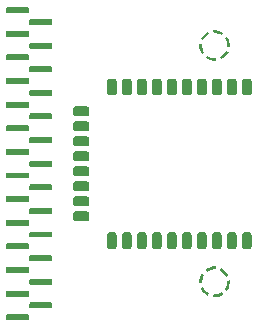
<source format=gtp>
G75*
%FSLAX44Y44*%
%MOMM*%

G36*
X100300Y72000D2*
X99522Y71843D1*
X98886Y71414D1*
X98457Y70778D1*
X98300Y70000D1*
X98300Y60000D1*
X98457Y59222D1*
X98886Y58586D1*
X99522Y58157D1*
X100300Y58000D1*
X104300Y58000D1*
X105078Y58157D1*
X105714Y58586D1*
X106143Y59222D1*
X106300Y60000D1*
X106300Y70000D1*
X106143Y70778D1*
X105714Y71414D1*
X105078Y71843D1*
X104300Y72000D1*
X100300Y72000D1*
G37*

G36*
X87600Y72000D2*
X86822Y71843D1*
X86186Y71414D1*
X85757Y70778D1*
X85600Y70000D1*
X85600Y60000D1*
X85757Y59222D1*
X86186Y58586D1*
X86822Y58157D1*
X87600Y58000D1*
X91600Y58000D1*
X92378Y58157D1*
X93014Y58586D1*
X93443Y59222D1*
X93600Y60000D1*
X93600Y70000D1*
X93443Y70778D1*
X93014Y71414D1*
X92378Y71843D1*
X91600Y72000D1*
X87600Y72000D1*
G37*

G36*
X74900Y72000D2*
X74122Y71843D1*
X73486Y71414D1*
X73057Y70778D1*
X72900Y70000D1*
X72900Y60000D1*
X73057Y59222D1*
X73486Y58586D1*
X74122Y58157D1*
X74900Y58000D1*
X78900Y58000D1*
X79678Y58157D1*
X80314Y58586D1*
X80743Y59222D1*
X80900Y60000D1*
X80900Y70000D1*
X80743Y70778D1*
X80314Y71414D1*
X79678Y71843D1*
X78900Y72000D1*
X74900Y72000D1*
G37*

G36*
X62200Y72000D2*
X61422Y71843D1*
X60786Y71414D1*
X60357Y70778D1*
X60200Y70000D1*
X60200Y60000D1*
X60357Y59222D1*
X60786Y58586D1*
X61422Y58157D1*
X62200Y58000D1*
X66200Y58000D1*
X66978Y58157D1*
X67614Y58586D1*
X68043Y59222D1*
X68200Y60000D1*
X68200Y70000D1*
X68043Y70778D1*
X67614Y71414D1*
X66978Y71843D1*
X66200Y72000D1*
X62200Y72000D1*
G37*

G36*
X49500Y72000D2*
X48722Y71843D1*
X48086Y71414D1*
X47657Y70778D1*
X47500Y70000D1*
X47500Y60000D1*
X47657Y59222D1*
X48086Y58586D1*
X48722Y58157D1*
X49500Y58000D1*
X53500Y58000D1*
X54278Y58157D1*
X54914Y58586D1*
X55343Y59222D1*
X55500Y60000D1*
X55500Y70000D1*
X55343Y70778D1*
X54914Y71414D1*
X54278Y71843D1*
X53500Y72000D1*
X49500Y72000D1*
G37*

G36*
X36800Y72000D2*
X36022Y71843D1*
X35386Y71414D1*
X34957Y70778D1*
X34800Y70000D1*
X34800Y60000D1*
X34957Y59222D1*
X35386Y58586D1*
X36022Y58157D1*
X36800Y58000D1*
X40800Y58000D1*
X41578Y58157D1*
X42214Y58586D1*
X42643Y59222D1*
X42800Y60000D1*
X42800Y70000D1*
X42643Y70778D1*
X42214Y71414D1*
X41578Y71843D1*
X40800Y72000D1*
X36800Y72000D1*
G37*

G36*
X24100Y72000D2*
X23322Y71843D1*
X22686Y71414D1*
X22257Y70778D1*
X22100Y70000D1*
X22100Y60000D1*
X22257Y59222D1*
X22686Y58586D1*
X23322Y58157D1*
X24100Y58000D1*
X28100Y58000D1*
X28878Y58157D1*
X29514Y58586D1*
X29943Y59222D1*
X30100Y60000D1*
X30100Y70000D1*
X29943Y70778D1*
X29514Y71414D1*
X28878Y71843D1*
X28100Y72000D1*
X24100Y72000D1*
G37*

G36*
X11400Y72000D2*
X10622Y71843D1*
X9986Y71414D1*
X9557Y70778D1*
X9400Y70000D1*
X9400Y60000D1*
X9557Y59222D1*
X9986Y58586D1*
X10622Y58157D1*
X11400Y58000D1*
X15400Y58000D1*
X16178Y58157D1*
X16814Y58586D1*
X17243Y59222D1*
X17400Y60000D1*
X17400Y70000D1*
X17243Y70778D1*
X16814Y71414D1*
X16178Y71843D1*
X15400Y72000D1*
X11400Y72000D1*
G37*

G36*
X-1300Y72000D2*
X-2078Y71843D1*
X-2714Y71414D1*
X-3143Y70778D1*
X-3300Y70000D1*
X-3300Y60000D1*
X-3143Y59222D1*
X-2714Y58586D1*
X-2078Y58157D1*
X-1300Y58000D1*
X2700Y58000D1*
X3478Y58157D1*
X4114Y58586D1*
X4543Y59222D1*
X4700Y60000D1*
X4700Y70000D1*
X4543Y70778D1*
X4114Y71414D1*
X3478Y71843D1*
X2700Y72000D1*
X-1300Y72000D1*
G37*

G36*
X-14000Y72000D2*
X-14778Y71843D1*
X-15414Y71414D1*
X-15843Y70778D1*
X-16000Y70000D1*
X-16000Y60000D1*
X-15843Y59222D1*
X-15414Y58586D1*
X-14778Y58157D1*
X-14000Y58000D1*
X-10000Y58000D1*
X-9222Y58157D1*
X-8586Y58586D1*
X-8157Y59222D1*
X-8000Y60000D1*
X-8000Y70000D1*
X-8157Y70778D1*
X-8586Y71414D1*
X-9222Y71843D1*
X-10000Y72000D1*
X-14000Y72000D1*
G37*

G36*
X-45000Y42450D2*
X-44843Y41672D1*
X-44414Y41036D1*
X-43778Y40607D1*
X-43000Y40450D1*
X-33000Y40450D1*
X-32222Y40607D1*
X-31586Y41036D1*
X-31157Y41672D1*
X-31000Y42450D1*
X-31000Y46450D1*
X-31157Y47228D1*
X-31586Y47864D1*
X-32222Y48293D1*
X-33000Y48450D1*
X-43000Y48450D1*
X-43778Y48293D1*
X-44414Y47864D1*
X-44843Y47228D1*
X-45000Y46450D1*
X-45000Y42450D1*
G37*

G36*
X-45000Y29750D2*
X-44843Y28972D1*
X-44414Y28336D1*
X-43778Y27907D1*
X-43000Y27750D1*
X-33000Y27750D1*
X-32222Y27907D1*
X-31586Y28336D1*
X-31157Y28972D1*
X-31000Y29750D1*
X-31000Y33750D1*
X-31157Y34528D1*
X-31586Y35164D1*
X-32222Y35593D1*
X-33000Y35750D1*
X-43000Y35750D1*
X-43778Y35593D1*
X-44414Y35164D1*
X-44843Y34528D1*
X-45000Y33750D1*
X-45000Y29750D1*
G37*

G36*
X-45000Y17050D2*
X-44843Y16272D1*
X-44414Y15636D1*
X-43778Y15207D1*
X-43000Y15050D1*
X-33000Y15050D1*
X-32222Y15207D1*
X-31586Y15636D1*
X-31157Y16272D1*
X-31000Y17050D1*
X-31000Y21050D1*
X-31157Y21828D1*
X-31586Y22464D1*
X-32222Y22893D1*
X-33000Y23050D1*
X-43000Y23050D1*
X-43778Y22893D1*
X-44414Y22464D1*
X-44843Y21828D1*
X-45000Y21050D1*
X-45000Y17050D1*
G37*

G36*
X-45000Y4350D2*
X-44843Y3572D1*
X-44414Y2936D1*
X-43778Y2507D1*
X-43000Y2350D1*
X-33000Y2350D1*
X-32222Y2507D1*
X-31586Y2936D1*
X-31157Y3572D1*
X-31000Y4350D1*
X-31000Y8350D1*
X-31157Y9128D1*
X-31586Y9764D1*
X-32222Y10193D1*
X-33000Y10350D1*
X-43000Y10350D1*
X-43778Y10193D1*
X-44414Y9764D1*
X-44843Y9128D1*
X-45000Y8350D1*
X-45000Y4350D1*
G37*

G36*
X-45000Y-8350D2*
X-44843Y-9128D1*
X-44414Y-9764D1*
X-43778Y-10193D1*
X-43000Y-10350D1*
X-33000Y-10350D1*
X-32222Y-10193D1*
X-31586Y-9764D1*
X-31157Y-9128D1*
X-31000Y-8350D1*
X-31000Y-4350D1*
X-31157Y-3572D1*
X-31586Y-2936D1*
X-32222Y-2507D1*
X-33000Y-2350D1*
X-43000Y-2350D1*
X-43778Y-2507D1*
X-44414Y-2936D1*
X-44843Y-3572D1*
X-45000Y-4350D1*
X-45000Y-8350D1*
G37*

G36*
X-45000Y-21050D2*
X-44843Y-21828D1*
X-44414Y-22464D1*
X-43778Y-22893D1*
X-43000Y-23050D1*
X-33000Y-23050D1*
X-32222Y-22893D1*
X-31586Y-22464D1*
X-31157Y-21828D1*
X-31000Y-21050D1*
X-31000Y-17050D1*
X-31157Y-16272D1*
X-31586Y-15636D1*
X-32222Y-15207D1*
X-33000Y-15050D1*
X-43000Y-15050D1*
X-43778Y-15207D1*
X-44414Y-15636D1*
X-44843Y-16272D1*
X-45000Y-17050D1*
X-45000Y-21050D1*
G37*

G36*
X-45000Y-33750D2*
X-44843Y-34528D1*
X-44414Y-35164D1*
X-43778Y-35593D1*
X-43000Y-35750D1*
X-33000Y-35750D1*
X-32222Y-35593D1*
X-31586Y-35164D1*
X-31157Y-34528D1*
X-31000Y-33750D1*
X-31000Y-29750D1*
X-31157Y-28972D1*
X-31586Y-28336D1*
X-32222Y-27907D1*
X-33000Y-27750D1*
X-43000Y-27750D1*
X-43778Y-27907D1*
X-44414Y-28336D1*
X-44843Y-28972D1*
X-45000Y-29750D1*
X-45000Y-33750D1*
G37*

G36*
X-45000Y-46450D2*
X-44843Y-47228D1*
X-44414Y-47864D1*
X-43778Y-48293D1*
X-43000Y-48450D1*
X-33000Y-48450D1*
X-32222Y-48293D1*
X-31586Y-47864D1*
X-31157Y-47228D1*
X-31000Y-46450D1*
X-31000Y-42450D1*
X-31157Y-41672D1*
X-31586Y-41036D1*
X-32222Y-40607D1*
X-33000Y-40450D1*
X-43000Y-40450D1*
X-43778Y-40607D1*
X-44414Y-41036D1*
X-44843Y-41672D1*
X-45000Y-42450D1*
X-45000Y-46450D1*
G37*

G36*
X-10000Y-72000D2*
X-9222Y-71843D1*
X-8586Y-71414D1*
X-8157Y-70778D1*
X-8000Y-70000D1*
X-8000Y-60000D1*
X-8157Y-59222D1*
X-8586Y-58586D1*
X-9222Y-58157D1*
X-10000Y-58000D1*
X-14000Y-58000D1*
X-14778Y-58157D1*
X-15414Y-58586D1*
X-15843Y-59222D1*
X-16000Y-60000D1*
X-16000Y-70000D1*
X-15843Y-70778D1*
X-15414Y-71414D1*
X-14778Y-71843D1*
X-14000Y-72000D1*
X-10000Y-72000D1*
G37*

G36*
X2700Y-72000D2*
X3478Y-71843D1*
X4114Y-71414D1*
X4543Y-70778D1*
X4700Y-70000D1*
X4700Y-60000D1*
X4543Y-59222D1*
X4114Y-58586D1*
X3478Y-58157D1*
X2700Y-58000D1*
X-1300Y-58000D1*
X-2078Y-58157D1*
X-2714Y-58586D1*
X-3143Y-59222D1*
X-3300Y-60000D1*
X-3300Y-70000D1*
X-3143Y-70778D1*
X-2714Y-71414D1*
X-2078Y-71843D1*
X-1300Y-72000D1*
X2700Y-72000D1*
G37*

G36*
X15400Y-72000D2*
X16178Y-71843D1*
X16814Y-71414D1*
X17243Y-70778D1*
X17400Y-70000D1*
X17400Y-60000D1*
X17243Y-59222D1*
X16814Y-58586D1*
X16178Y-58157D1*
X15400Y-58000D1*
X11400Y-58000D1*
X10622Y-58157D1*
X9986Y-58586D1*
X9557Y-59222D1*
X9400Y-60000D1*
X9400Y-70000D1*
X9557Y-70778D1*
X9986Y-71414D1*
X10622Y-71843D1*
X11400Y-72000D1*
X15400Y-72000D1*
G37*

G36*
X28100Y-72000D2*
X28878Y-71843D1*
X29514Y-71414D1*
X29943Y-70778D1*
X30100Y-70000D1*
X30100Y-60000D1*
X29943Y-59222D1*
X29514Y-58586D1*
X28878Y-58157D1*
X28100Y-58000D1*
X24100Y-58000D1*
X23322Y-58157D1*
X22686Y-58586D1*
X22257Y-59222D1*
X22100Y-60000D1*
X22100Y-70000D1*
X22257Y-70778D1*
X22686Y-71414D1*
X23322Y-71843D1*
X24100Y-72000D1*
X28100Y-72000D1*
G37*

G36*
X40800Y-72000D2*
X41578Y-71843D1*
X42214Y-71414D1*
X42643Y-70778D1*
X42800Y-70000D1*
X42800Y-60000D1*
X42643Y-59222D1*
X42214Y-58586D1*
X41578Y-58157D1*
X40800Y-58000D1*
X36800Y-58000D1*
X36022Y-58157D1*
X35386Y-58586D1*
X34957Y-59222D1*
X34800Y-60000D1*
X34800Y-70000D1*
X34957Y-70778D1*
X35386Y-71414D1*
X36022Y-71843D1*
X36800Y-72000D1*
X40800Y-72000D1*
G37*

G36*
X53500Y-72000D2*
X54278Y-71843D1*
X54914Y-71414D1*
X55343Y-70778D1*
X55500Y-70000D1*
X55500Y-60000D1*
X55343Y-59222D1*
X54914Y-58586D1*
X54278Y-58157D1*
X53500Y-58000D1*
X49500Y-58000D1*
X48722Y-58157D1*
X48086Y-58586D1*
X47657Y-59222D1*
X47500Y-60000D1*
X47500Y-70000D1*
X47657Y-70778D1*
X48086Y-71414D1*
X48722Y-71843D1*
X49500Y-72000D1*
X53500Y-72000D1*
G37*

G36*
X66200Y-72000D2*
X66978Y-71843D1*
X67614Y-71414D1*
X68043Y-70778D1*
X68200Y-70000D1*
X68200Y-60000D1*
X68043Y-59222D1*
X67614Y-58586D1*
X66978Y-58157D1*
X66200Y-58000D1*
X62200Y-58000D1*
X61422Y-58157D1*
X60786Y-58586D1*
X60357Y-59222D1*
X60200Y-60000D1*
X60200Y-70000D1*
X60357Y-70778D1*
X60786Y-71414D1*
X61422Y-71843D1*
X62200Y-72000D1*
X66200Y-72000D1*
G37*

G36*
X78900Y-72000D2*
X79678Y-71843D1*
X80314Y-71414D1*
X80743Y-70778D1*
X80900Y-70000D1*
X80900Y-60000D1*
X80743Y-59222D1*
X80314Y-58586D1*
X79678Y-58157D1*
X78900Y-58000D1*
X74900Y-58000D1*
X74122Y-58157D1*
X73486Y-58586D1*
X73057Y-59222D1*
X72900Y-60000D1*
X72900Y-70000D1*
X73057Y-70778D1*
X73486Y-71414D1*
X74122Y-71843D1*
X74900Y-72000D1*
X78900Y-72000D1*
G37*

G36*
X91600Y-72000D2*
X92378Y-71843D1*
X93014Y-71414D1*
X93443Y-70778D1*
X93600Y-70000D1*
X93600Y-60000D1*
X93443Y-59222D1*
X93014Y-58586D1*
X92378Y-58157D1*
X91600Y-58000D1*
X87600Y-58000D1*
X86822Y-58157D1*
X86186Y-58586D1*
X85757Y-59222D1*
X85600Y-60000D1*
X85600Y-70000D1*
X85757Y-70778D1*
X86186Y-71414D1*
X86822Y-71843D1*
X87600Y-72000D1*
X91600Y-72000D1*
G37*

G36*
X104300Y-72000D2*
X105078Y-71843D1*
X105714Y-71414D1*
X106143Y-70778D1*
X106300Y-70000D1*
X106300Y-60000D1*
X106143Y-59222D1*
X105714Y-58586D1*
X105078Y-58157D1*
X104300Y-58000D1*
X100300Y-58000D1*
X99522Y-58157D1*
X98886Y-58586D1*
X98457Y-59222D1*
X98300Y-60000D1*
X98300Y-70000D1*
X98457Y-70778D1*
X98886Y-71414D1*
X99522Y-71843D1*
X100300Y-72000D1*
X104300Y-72000D1*
G37*

G36*
X-82000Y131500D2*
X-82293Y132207D1*
X-83000Y132500D1*
X-100500Y132500D1*
X-101207Y132207D1*
X-101500Y131500D1*
X-101500Y128500D1*
X-101207Y127793D1*
X-100500Y127500D1*
X-83000Y127500D1*
X-82293Y127793D1*
X-82000Y128500D1*
X-82000Y131500D1*
G37*

G36*
X-62500Y121500D2*
X-62793Y122207D1*
X-63500Y122500D1*
X-81000Y122500D1*
X-81707Y122207D1*
X-82000Y121500D1*
X-82000Y118500D1*
X-81707Y117793D1*
X-81000Y117500D1*
X-63500Y117500D1*
X-62793Y117793D1*
X-62500Y118500D1*
X-62500Y121500D1*
G37*

G36*
X-82000Y111500D2*
X-82293Y112207D1*
X-83000Y112500D1*
X-100500Y112500D1*
X-101207Y112207D1*
X-101500Y111500D1*
X-101500Y108500D1*
X-101207Y107793D1*
X-100500Y107500D1*
X-83000Y107500D1*
X-82293Y107793D1*
X-82000Y108500D1*
X-82000Y111500D1*
G37*

G36*
X-62500Y101500D2*
X-62793Y102207D1*
X-63500Y102500D1*
X-81000Y102500D1*
X-81707Y102207D1*
X-82000Y101500D1*
X-82000Y98500D1*
X-81707Y97793D1*
X-81000Y97500D1*
X-63500Y97500D1*
X-62793Y97793D1*
X-62500Y98500D1*
X-62500Y101500D1*
G37*

G36*
X-82000Y91500D2*
X-82293Y92207D1*
X-83000Y92500D1*
X-100500Y92500D1*
X-101207Y92207D1*
X-101500Y91500D1*
X-101500Y88500D1*
X-101207Y87793D1*
X-100500Y87500D1*
X-83000Y87500D1*
X-82293Y87793D1*
X-82000Y88500D1*
X-82000Y91500D1*
G37*

G36*
X-62500Y81500D2*
X-62793Y82207D1*
X-63500Y82500D1*
X-81000Y82500D1*
X-81707Y82207D1*
X-82000Y81500D1*
X-82000Y78500D1*
X-81707Y77793D1*
X-81000Y77500D1*
X-63500Y77500D1*
X-62793Y77793D1*
X-62500Y78500D1*
X-62500Y81500D1*
G37*

G36*
X-82000Y71500D2*
X-82293Y72207D1*
X-83000Y72500D1*
X-100500Y72500D1*
X-101207Y72207D1*
X-101500Y71500D1*
X-101500Y68500D1*
X-101207Y67793D1*
X-100500Y67500D1*
X-83000Y67500D1*
X-82293Y67793D1*
X-82000Y68500D1*
X-82000Y71500D1*
G37*

G36*
X-62500Y61500D2*
X-62793Y62207D1*
X-63500Y62500D1*
X-81000Y62500D1*
X-81707Y62207D1*
X-82000Y61500D1*
X-82000Y58500D1*
X-81707Y57793D1*
X-81000Y57500D1*
X-63500Y57500D1*
X-62793Y57793D1*
X-62500Y58500D1*
X-62500Y61500D1*
G37*

G36*
X-82000Y51500D2*
X-82293Y52207D1*
X-83000Y52500D1*
X-100500Y52500D1*
X-101207Y52207D1*
X-101500Y51500D1*
X-101500Y48500D1*
X-101207Y47793D1*
X-100500Y47500D1*
X-83000Y47500D1*
X-82293Y47793D1*
X-82000Y48500D1*
X-82000Y51500D1*
G37*

G36*
X-62500Y41500D2*
X-62793Y42207D1*
X-63500Y42500D1*
X-81000Y42500D1*
X-81707Y42207D1*
X-82000Y41500D1*
X-82000Y38500D1*
X-81707Y37793D1*
X-81000Y37500D1*
X-63500Y37500D1*
X-62793Y37793D1*
X-62500Y38500D1*
X-62500Y41500D1*
G37*

G36*
X-82000Y31500D2*
X-82293Y32207D1*
X-83000Y32500D1*
X-100500Y32500D1*
X-101207Y32207D1*
X-101500Y31500D1*
X-101500Y28500D1*
X-101207Y27793D1*
X-100500Y27500D1*
X-83000Y27500D1*
X-82293Y27793D1*
X-82000Y28500D1*
X-82000Y31500D1*
G37*

G36*
X-62500Y21500D2*
X-62793Y22207D1*
X-63500Y22500D1*
X-81000Y22500D1*
X-81707Y22207D1*
X-82000Y21500D1*
X-82000Y18500D1*
X-81707Y17793D1*
X-81000Y17500D1*
X-63500Y17500D1*
X-62793Y17793D1*
X-62500Y18500D1*
X-62500Y21500D1*
G37*

G36*
X-82000Y11500D2*
X-82293Y12207D1*
X-83000Y12500D1*
X-100500Y12500D1*
X-101207Y12207D1*
X-101500Y11500D1*
X-101500Y8500D1*
X-101207Y7793D1*
X-100500Y7500D1*
X-83000Y7500D1*
X-82293Y7793D1*
X-82000Y8500D1*
X-82000Y11500D1*
G37*

G36*
X-62500Y1500D2*
X-62793Y2207D1*
X-63500Y2500D1*
X-81000Y2500D1*
X-81707Y2207D1*
X-82000Y1500D1*
X-82000Y-1500D1*
X-81707Y-2207D1*
X-81000Y-2500D1*
X-63500Y-2500D1*
X-62793Y-2207D1*
X-62500Y-1500D1*
X-62500Y1500D1*
G37*

G36*
X-82000Y-8500D2*
X-82293Y-7793D1*
X-83000Y-7500D1*
X-100500Y-7500D1*
X-101207Y-7793D1*
X-101500Y-8500D1*
X-101500Y-11500D1*
X-101207Y-12207D1*
X-100500Y-12500D1*
X-83000Y-12500D1*
X-82293Y-12207D1*
X-82000Y-11500D1*
X-82000Y-8500D1*
G37*

G36*
X-62500Y-18500D2*
X-62793Y-17793D1*
X-63500Y-17500D1*
X-81000Y-17500D1*
X-81707Y-17793D1*
X-82000Y-18500D1*
X-82000Y-21500D1*
X-81707Y-22207D1*
X-81000Y-22500D1*
X-63500Y-22500D1*
X-62793Y-22207D1*
X-62500Y-21500D1*
X-62500Y-18500D1*
G37*

G36*
X-82000Y-28500D2*
X-82293Y-27793D1*
X-83000Y-27500D1*
X-100500Y-27500D1*
X-101207Y-27793D1*
X-101500Y-28500D1*
X-101500Y-31500D1*
X-101207Y-32207D1*
X-100500Y-32500D1*
X-83000Y-32500D1*
X-82293Y-32207D1*
X-82000Y-31500D1*
X-82000Y-28500D1*
G37*

G36*
X-62500Y-38500D2*
X-62793Y-37793D1*
X-63500Y-37500D1*
X-81000Y-37500D1*
X-81707Y-37793D1*
X-82000Y-38500D1*
X-82000Y-41500D1*
X-81707Y-42207D1*
X-81000Y-42500D1*
X-63500Y-42500D1*
X-62793Y-42207D1*
X-62500Y-41500D1*
X-62500Y-38500D1*
G37*

G36*
X-82000Y-48500D2*
X-82293Y-47793D1*
X-83000Y-47500D1*
X-100500Y-47500D1*
X-101207Y-47793D1*
X-101500Y-48500D1*
X-101500Y-51500D1*
X-101207Y-52207D1*
X-100500Y-52500D1*
X-83000Y-52500D1*
X-82293Y-52207D1*
X-82000Y-51500D1*
X-82000Y-48500D1*
G37*

G36*
X-62500Y-58500D2*
X-62793Y-57793D1*
X-63500Y-57500D1*
X-81000Y-57500D1*
X-81707Y-57793D1*
X-82000Y-58500D1*
X-82000Y-61500D1*
X-81707Y-62207D1*
X-81000Y-62500D1*
X-63500Y-62500D1*
X-62793Y-62207D1*
X-62500Y-61500D1*
X-62500Y-58500D1*
G37*

G36*
X-82000Y-68500D2*
X-82293Y-67793D1*
X-83000Y-67500D1*
X-100500Y-67500D1*
X-101207Y-67793D1*
X-101500Y-68500D1*
X-101500Y-71500D1*
X-101207Y-72207D1*
X-100500Y-72500D1*
X-83000Y-72500D1*
X-82293Y-72207D1*
X-82000Y-71500D1*
X-82000Y-68500D1*
G37*

G36*
X-62500Y-78500D2*
X-62793Y-77793D1*
X-63500Y-77500D1*
X-81000Y-77500D1*
X-81707Y-77793D1*
X-82000Y-78500D1*
X-82000Y-81500D1*
X-81707Y-82207D1*
X-81000Y-82500D1*
X-63500Y-82500D1*
X-62793Y-82207D1*
X-62500Y-81500D1*
X-62500Y-78500D1*
G37*

G36*
X-82000Y-88500D2*
X-82293Y-87793D1*
X-83000Y-87500D1*
X-100500Y-87500D1*
X-101207Y-87793D1*
X-101500Y-88500D1*
X-101500Y-91500D1*
X-101207Y-92207D1*
X-100500Y-92500D1*
X-83000Y-92500D1*
X-82293Y-92207D1*
X-82000Y-91500D1*
X-82000Y-88500D1*
G37*

G36*
X-62500Y-98500D2*
X-62793Y-97793D1*
X-63500Y-97500D1*
X-81000Y-97500D1*
X-81707Y-97793D1*
X-82000Y-98500D1*
X-82000Y-101500D1*
X-81707Y-102207D1*
X-81000Y-102500D1*
X-63500Y-102500D1*
X-62793Y-102207D1*
X-62500Y-101500D1*
X-62500Y-98500D1*
G37*

G36*
X-82000Y-108500D2*
X-82293Y-107793D1*
X-83000Y-107500D1*
X-100500Y-107500D1*
X-101207Y-107793D1*
X-101500Y-108500D1*
X-101500Y-111500D1*
X-101207Y-112207D1*
X-100500Y-112500D1*
X-83000Y-112500D1*
X-82293Y-112207D1*
X-82000Y-111500D1*
X-82000Y-108500D1*
G37*

G36*
X-62500Y-118500D2*
X-62793Y-117793D1*
X-63500Y-117500D1*
X-81000Y-117500D1*
X-81707Y-117793D1*
X-82000Y-118500D1*
X-82000Y-121500D1*
X-81707Y-122207D1*
X-81000Y-122500D1*
X-63500Y-122500D1*
X-62793Y-122207D1*
X-62500Y-121500D1*
X-62500Y-118500D1*
G37*

G36*
X-82000Y-128500D2*
X-82293Y-127793D1*
X-83000Y-127500D1*
X-100500Y-127500D1*
X-101207Y-127793D1*
X-101500Y-128500D1*
X-101500Y-131500D1*
X-101207Y-132207D1*
X-100500Y-132500D1*
X-83000Y-132500D1*
X-82293Y-132207D1*
X-82000Y-131500D1*
X-82000Y-128500D1*
G37*

G36*
X79437Y90484D2*
X80494Y88218D1*
X82463Y89356D1*
X84192Y90808D1*
X85644Y92537D1*
X86782Y94506D1*
X84516Y95563D1*
X83597Y93972D1*
X82425Y92575D1*
X81028Y91403D1*
X79437Y90484D1*
G37*

G36*
X85460Y99085D2*
X87951Y98867D1*
X87950Y101142D1*
X87557Y103365D1*
X86786Y105486D1*
X85649Y107456D1*
X83601Y106023D1*
X84519Y104431D1*
X85142Y102718D1*
X85459Y100922D1*
X85460Y99085D1*
G37*

G36*
X81023Y108601D2*
X82456Y110649D1*
X80486Y111786D1*
X78365Y112557D1*
X76142Y112950D1*
X73867Y112951D1*
X74085Y110460D1*
X75922Y110459D1*
X77718Y110142D1*
X79431Y109519D1*
X81023Y108601D1*
G37*

G36*
X70563Y109516D2*
X69506Y111782D1*
X67537Y110644D1*
X65808Y109192D1*
X64356Y107463D1*
X63218Y105494D1*
X65484Y104437D1*
X66403Y106028D1*
X67575Y107425D1*
X68972Y108597D1*
X70563Y109516D1*
G37*

G36*
X64540Y100915D2*
X62049Y101133D1*
X62050Y98858D1*
X62443Y96635D1*
X63214Y94514D1*
X64351Y92544D1*
X66399Y93977D1*
X65481Y95569D1*
X64858Y97282D1*
X64541Y99078D1*
X64540Y100915D1*
G37*

G36*
X68977Y91399D2*
X67544Y89351D1*
X69514Y88214D1*
X71635Y87443D1*
X73858Y87050D1*
X76133Y87049D1*
X75915Y89540D1*
X74078Y89541D1*
X72282Y89858D1*
X70569Y90481D1*
X68977Y91399D1*
G37*

G36*
X84516Y-95563D2*
X86782Y-94506D1*
X85644Y-92537D1*
X84192Y-90808D1*
X82463Y-89356D1*
X80494Y-88218D1*
X79437Y-90484D1*
X81028Y-91403D1*
X82425Y-92575D1*
X83597Y-93972D1*
X84516Y-95563D1*
G37*

G36*
X75915Y-89540D2*
X76133Y-87049D1*
X73858Y-87050D1*
X71635Y-87443D1*
X69514Y-88214D1*
X67544Y-89351D1*
X68977Y-91399D1*
X70569Y-90481D1*
X72282Y-89858D1*
X74078Y-89541D1*
X75915Y-89540D1*
G37*

G36*
X66399Y-93977D2*
X64351Y-92544D1*
X63214Y-94514D1*
X62443Y-96635D1*
X62050Y-98858D1*
X62049Y-101133D1*
X64540Y-100915D1*
X64541Y-99078D1*
X64858Y-97282D1*
X65481Y-95569D1*
X66399Y-93977D1*
G37*

G36*
X65484Y-104437D2*
X63218Y-105494D1*
X64356Y-107463D1*
X65808Y-109192D1*
X67537Y-110644D1*
X69506Y-111782D1*
X70563Y-109516D1*
X68972Y-108597D1*
X67575Y-107425D1*
X66403Y-106028D1*
X65484Y-104437D1*
G37*

G36*
X74085Y-110460D2*
X73867Y-112951D1*
X76142Y-112950D1*
X78365Y-112557D1*
X80486Y-111786D1*
X82456Y-110649D1*
X81023Y-108601D1*
X79431Y-109519D1*
X77718Y-110142D1*
X75922Y-110459D1*
X74085Y-110460D1*
G37*

G36*
X83601Y-106023D2*
X85649Y-107456D1*
X86786Y-105486D1*
X87557Y-103365D1*
X87950Y-101142D1*
X87951Y-98867D1*
X85460Y-99085D1*
X85459Y-100922D1*
X85142Y-102718D1*
X84519Y-104431D1*
X83601Y-106023D1*
G37*

M02*

</source>
